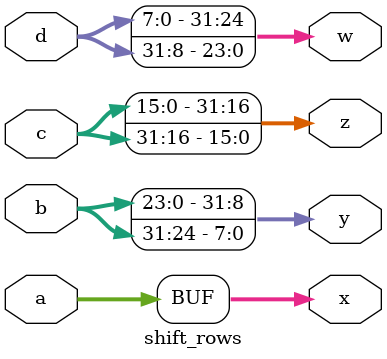
<source format=v>
/*
-------------------SHIFT ROWS MODULE---------------------

The INPUT is 4*4 matrix enters in 4 wires a,b,c,d ...EVERY WIRE REPRESENTS A ROW
The OUTPUT is 4*4 matrix enters in 4 wires x,y,z,w ...EVERY WIRE REPRESENTS A ROW
*/
module shift_rows (a,b,c,d,x,y,z,w);
//INPUTS  
input [31:0] a;
input [31:0] b;
input [31:0] c;
input [31:0] d; 
//OUTPUTS
output  [31:0] x;
output  [31:0] y;
output  [31:0] z;
output  [31:0] w; 

assign x = a; //the first row will get no shift 
assign y = {b[23:0] , b[31:24]}; //second row will be shifted by 1 byte(8 bits)
assign z = {c[15:0] , c[31:16]}; //third row will be shifted by 2 bytes(16 bits)
assign w = {d[7:0] , d[31:8]};  //fourth row will be shifted by 3 bytes(24 bits)
endmodule

</source>
